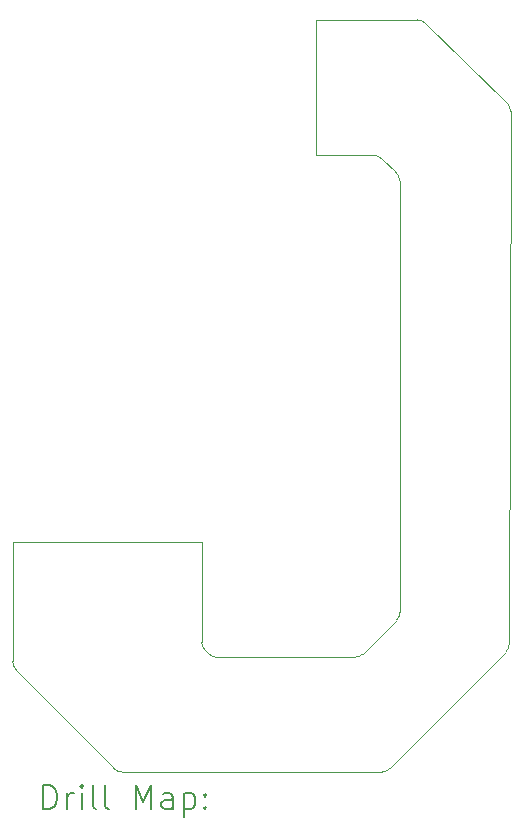
<source format=gbr>
%TF.GenerationSoftware,KiCad,Pcbnew,9.0.1*%
%TF.CreationDate,2025-04-22T18:15:32+02:00*%
%TF.ProjectId,camera_cable,63616d65-7261-45f6-9361-626c652e6b69,rev?*%
%TF.SameCoordinates,Original*%
%TF.FileFunction,Drillmap*%
%TF.FilePolarity,Positive*%
%FSLAX45Y45*%
G04 Gerber Fmt 4.5, Leading zero omitted, Abs format (unit mm)*
G04 Created by KiCad (PCBNEW 9.0.1) date 2025-04-22 18:15:32*
%MOMM*%
%LPD*%
G01*
G04 APERTURE LIST*
%ADD10C,0.038100*%
%ADD11C,0.200000*%
G04 APERTURE END LIST*
D10*
X9362365Y-4700301D02*
X9246325Y-4590308D01*
X10335077Y-4185042D02*
X10325091Y-8693849D01*
X6148893Y-8914220D02*
G75*
G02*
X6120002Y-8843907I71107J70310D01*
G01*
X6220000Y-7830000D02*
X7621105Y-7830000D01*
X7720000Y-7830000D02*
X7621105Y-7830000D01*
X7720000Y-8678579D02*
X7720000Y-8664000D01*
X9243438Y-9780000D02*
X7046751Y-9780000D01*
X8690000Y-4559086D02*
X9173000Y-4559000D01*
X6220000Y-7830000D02*
X6120000Y-7830000D01*
X8790085Y-3411085D02*
X8690000Y-3411085D01*
X9314318Y-9750541D02*
G75*
G02*
X9243438Y-9779999I-70878J70541D01*
G01*
X9399944Y-8423500D02*
X9395059Y-4774126D01*
X7720000Y-8664000D02*
X7720000Y-7830000D01*
X9084289Y-8780711D02*
G75*
G02*
X9013579Y-8809996I-70709J70721D01*
G01*
X7758830Y-8758830D02*
X7749289Y-8749289D01*
X9084289Y-8780711D02*
X9370655Y-8494345D01*
X8790085Y-3411085D02*
X9544082Y-3411729D01*
X9613769Y-3440092D02*
X10304850Y-4113183D01*
X7851421Y-8810000D02*
X9013579Y-8810000D01*
X9173000Y-4559000D02*
G75*
G02*
X9245674Y-4590308I0J-100000D01*
G01*
X9399944Y-8423500D02*
G75*
G02*
X9370656Y-8494346I-100014J-130D01*
G01*
X6120000Y-8843907D02*
X6120000Y-7930000D01*
X10295971Y-8764168D02*
X9314318Y-9750541D01*
X6120000Y-7930000D02*
X6120000Y-7830000D01*
X10304850Y-4113183D02*
G75*
G02*
X10335078Y-4185042I-69770J-71637D01*
G01*
X7046751Y-9780000D02*
G75*
G02*
X6975644Y-9750313I-1J100000D01*
G01*
X7758830Y-8758830D02*
X7780711Y-8780711D01*
X9544082Y-3411729D02*
G75*
G02*
X9613771Y-3440090I-82J-100001D01*
G01*
X8690000Y-3411085D02*
X8690000Y-4559086D01*
X10325091Y-8693849D02*
G75*
G02*
X10295969Y-8764166I-99981J219D01*
G01*
X6975644Y-9750312D02*
X6148893Y-8914220D01*
X9362365Y-4700301D02*
G75*
G02*
X9395060Y-4774126I-67305J-73959D01*
G01*
X7749289Y-8749289D02*
G75*
G02*
X7720001Y-8678579I70711J70709D01*
G01*
X7851421Y-8810000D02*
G75*
G02*
X7780712Y-8780709I-1J99990D01*
G01*
D11*
X6378872Y-10093389D02*
X6378872Y-9893389D01*
X6378872Y-9893389D02*
X6426491Y-9893389D01*
X6426491Y-9893389D02*
X6455062Y-9902913D01*
X6455062Y-9902913D02*
X6474110Y-9921960D01*
X6474110Y-9921960D02*
X6483634Y-9941008D01*
X6483634Y-9941008D02*
X6493157Y-9979103D01*
X6493157Y-9979103D02*
X6493157Y-10007675D01*
X6493157Y-10007675D02*
X6483634Y-10045770D01*
X6483634Y-10045770D02*
X6474110Y-10064817D01*
X6474110Y-10064817D02*
X6455062Y-10083865D01*
X6455062Y-10083865D02*
X6426491Y-10093389D01*
X6426491Y-10093389D02*
X6378872Y-10093389D01*
X6578872Y-10093389D02*
X6578872Y-9960055D01*
X6578872Y-9998151D02*
X6588396Y-9979103D01*
X6588396Y-9979103D02*
X6597919Y-9969579D01*
X6597919Y-9969579D02*
X6616967Y-9960055D01*
X6616967Y-9960055D02*
X6636015Y-9960055D01*
X6702681Y-10093389D02*
X6702681Y-9960055D01*
X6702681Y-9893389D02*
X6693157Y-9902913D01*
X6693157Y-9902913D02*
X6702681Y-9912436D01*
X6702681Y-9912436D02*
X6712205Y-9902913D01*
X6712205Y-9902913D02*
X6702681Y-9893389D01*
X6702681Y-9893389D02*
X6702681Y-9912436D01*
X6826491Y-10093389D02*
X6807443Y-10083865D01*
X6807443Y-10083865D02*
X6797919Y-10064817D01*
X6797919Y-10064817D02*
X6797919Y-9893389D01*
X6931253Y-10093389D02*
X6912205Y-10083865D01*
X6912205Y-10083865D02*
X6902681Y-10064817D01*
X6902681Y-10064817D02*
X6902681Y-9893389D01*
X7159824Y-10093389D02*
X7159824Y-9893389D01*
X7159824Y-9893389D02*
X7226491Y-10036246D01*
X7226491Y-10036246D02*
X7293157Y-9893389D01*
X7293157Y-9893389D02*
X7293157Y-10093389D01*
X7474110Y-10093389D02*
X7474110Y-9988627D01*
X7474110Y-9988627D02*
X7464586Y-9969579D01*
X7464586Y-9969579D02*
X7445538Y-9960055D01*
X7445538Y-9960055D02*
X7407443Y-9960055D01*
X7407443Y-9960055D02*
X7388396Y-9969579D01*
X7474110Y-10083865D02*
X7455062Y-10093389D01*
X7455062Y-10093389D02*
X7407443Y-10093389D01*
X7407443Y-10093389D02*
X7388396Y-10083865D01*
X7388396Y-10083865D02*
X7378872Y-10064817D01*
X7378872Y-10064817D02*
X7378872Y-10045770D01*
X7378872Y-10045770D02*
X7388396Y-10026722D01*
X7388396Y-10026722D02*
X7407443Y-10017198D01*
X7407443Y-10017198D02*
X7455062Y-10017198D01*
X7455062Y-10017198D02*
X7474110Y-10007675D01*
X7569348Y-9960055D02*
X7569348Y-10160055D01*
X7569348Y-9969579D02*
X7588396Y-9960055D01*
X7588396Y-9960055D02*
X7626491Y-9960055D01*
X7626491Y-9960055D02*
X7645538Y-9969579D01*
X7645538Y-9969579D02*
X7655062Y-9979103D01*
X7655062Y-9979103D02*
X7664586Y-9998151D01*
X7664586Y-9998151D02*
X7664586Y-10055294D01*
X7664586Y-10055294D02*
X7655062Y-10074341D01*
X7655062Y-10074341D02*
X7645538Y-10083865D01*
X7645538Y-10083865D02*
X7626491Y-10093389D01*
X7626491Y-10093389D02*
X7588396Y-10093389D01*
X7588396Y-10093389D02*
X7569348Y-10083865D01*
X7750300Y-10074341D02*
X7759824Y-10083865D01*
X7759824Y-10083865D02*
X7750300Y-10093389D01*
X7750300Y-10093389D02*
X7740777Y-10083865D01*
X7740777Y-10083865D02*
X7750300Y-10074341D01*
X7750300Y-10074341D02*
X7750300Y-10093389D01*
X7750300Y-9969579D02*
X7759824Y-9979103D01*
X7759824Y-9979103D02*
X7750300Y-9988627D01*
X7750300Y-9988627D02*
X7740777Y-9979103D01*
X7740777Y-9979103D02*
X7750300Y-9969579D01*
X7750300Y-9969579D02*
X7750300Y-9988627D01*
M02*

</source>
